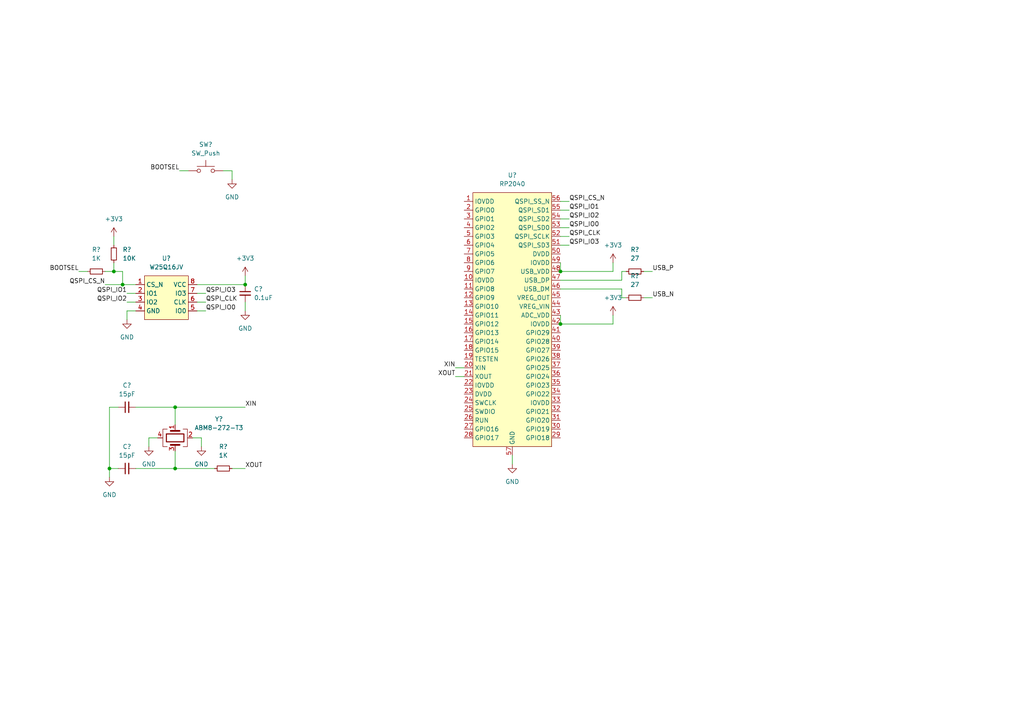
<source format=kicad_sch>
(kicad_sch (version 20211123) (generator eeschema)
  (paper "A4")
  (lib_symbols
    (symbol "Device:C_Small" (pin_numbers hide) (pin_names (offset 0.254) hide)
      (property "Reference" "C" (at 0.254 1.778 0))
      (property "Value" "C_Small" (at 0.254 -2.032 0))
      (symbol "C_Small_0_1"
        (polyline (pts (xy -1.524 -0.508) (xy 1.524 -0.508)) (stroke (width 0.3302)))
        (polyline (pts (xy -1.524 0.508) (xy 1.524 0.508)) (stroke (width 0.3048)))
      )
      (symbol "C_Small_1_1"
        (pin passive line (at 0 2.54 270) (length 2.032) (name "~") (number "1"))
        (pin passive line (at 0 -2.54 90) (length 2.032) (name "~") (number "2"))
      )
    )
    (symbol "Device:Crystal_GND24" (pin_names (offset 1.016) hide)
      (property "Reference" "Y" (at 3.175 5.08 0))
      (property "Value" "Crystal_GND24" (at 3.175 3.175 0))
      (symbol "Crystal_GND24_0_1"
        (rectangle (start -1.143 2.54) (end 1.143 -2.54) (stroke (width 0.3048)))
        (polyline (pts (xy -2.54 0) (xy -2.032 0)))
        (polyline (pts (xy -2.032 -1.27) (xy -2.032 1.27)) (stroke (width 0.508)))
        (polyline (pts (xy 0 -3.81) (xy 0 -3.556)))
        (polyline (pts (xy 0 3.556) (xy 0 3.81)))
        (polyline (pts (xy 2.032 -1.27) (xy 2.032 1.27)) (stroke (width 0.508)))
        (polyline (pts (xy 2.032 0) (xy 2.54 0)))
        (polyline (pts (xy -2.54 -2.286) (xy -2.54 -3.556) (xy 2.54 -3.556) (xy 2.54 -2.286)))
        (polyline (pts (xy -2.54 2.286) (xy -2.54 3.556) (xy 2.54 3.556) (xy 2.54 2.286)))
      )
      (symbol "Crystal_GND24_1_1"
        (pin passive line (at -3.81 0 0) (length 1.27) (name "1") (number "1"))
        (pin passive line (at 0 5.08 270) (length 1.27) (name "2") (number "2"))
        (pin passive line (at 3.81 0 180) (length 1.27) (name "3") (number "3"))
        (pin passive line (at 0 -5.08 90) (length 1.27) (name "4") (number "4"))
      )
    )
    (symbol "Device:R_Small" (pin_numbers hide) (pin_names (offset 0.254) hide)
      (property "Reference" "R" (at 0.762 0.508 0))
      (property "Value" "R_Small" (at 0.762 -1.016 0))
      (symbol "R_Small_0_1"
        (rectangle (start -0.762 1.778) (end 0.762 -1.778) (stroke (width 0.2032)))
      )
      (symbol "R_Small_1_1"
        (pin passive line (at 0 2.54 270) (length 0.762) (name "~") (number "1"))
        (pin passive line (at 0 -2.54 90) (length 0.762) (name "~") (number "2"))
      )
    )
    (symbol "Project_Lib:RP2040"
      (property "Reference" "U" (at 0 0 0))
      (property "Value" "RP2040" (at 0 2.54 0))
      (symbol "RP2040_0_1"
        (rectangle (start -11.43 0) (end 11.43 -73.66) (fill (type background)))
      )
      (symbol "RP2040_1_1"
        (pin power_in line (at -13.97 -2.54 0) (length 2.54) (name "IOVDD") (number "1"))
        (pin power_in line (at -13.97 -25.4 0) (length 2.54) (name "IOVDD") (number "10"))
        (pin bidirectional line (at -13.97 -27.94 0) (length 2.54) (name "GPIO8") (number "11"))
        (pin bidirectional line (at -13.97 -30.48 0) (length 2.54) (name "GPIO9") (number "12"))
        (pin bidirectional line (at -13.97 -33.02 0) (length 2.54) (name "GPIO10") (number "13"))
        (pin bidirectional line (at -13.97 -35.56 0) (length 2.54) (name "GPIO11") (number "14"))
        (pin bidirectional line (at -13.97 -38.1 0) (length 2.54) (name "GPIO12") (number "15"))
        (pin bidirectional line (at -13.97 -40.64 0) (length 2.54) (name "GPIO13") (number "16"))
        (pin bidirectional line (at -13.97 -43.18 0) (length 2.54) (name "GPIO14") (number "17"))
        (pin bidirectional line (at -13.97 -45.72 0) (length 2.54) (name "GPIO15") (number "18"))
        (pin input line (at -13.97 -48.26 0) (length 2.54) (name "TESTEN") (number "19"))
        (pin bidirectional line (at -13.97 -5.08 0) (length 2.54) (name "GPIO0") (number "2"))
        (pin input line (at -13.97 -50.8 0) (length 2.54) (name "XIN") (number "20"))
        (pin input line (at -13.97 -53.34 0) (length 2.54) (name "XOUT") (number "21"))
        (pin power_in line (at -13.97 -55.88 0) (length 2.54) (name "IOVDD") (number "22"))
        (pin power_in line (at -13.97 -58.42 0) (length 2.54) (name "DVDD") (number "23"))
        (pin input line (at -13.97 -60.96 0) (length 2.54) (name "SWCLK") (number "24"))
        (pin bidirectional line (at -13.97 -63.5 0) (length 2.54) (name "SWDIO") (number "25"))
        (pin input line (at -13.97 -66.04 0) (length 2.54) (name "RUN") (number "26"))
        (pin bidirectional line (at -13.97 -68.58 0) (length 2.54) (name "GPIO16") (number "27"))
        (pin bidirectional line (at -13.97 -71.12 0) (length 2.54) (name "GPIO17") (number "28"))
        (pin bidirectional line (at 13.97 -71.12 180) (length 2.54) (name "GPIO18") (number "29"))
        (pin bidirectional line (at -13.97 -7.62 0) (length 2.54) (name "GPIO1") (number "3"))
        (pin bidirectional line (at 13.97 -68.58 180) (length 2.54) (name "GPIO19") (number "30"))
        (pin bidirectional line (at 13.97 -66.04 180) (length 2.54) (name "GPIO20") (number "31"))
        (pin bidirectional line (at 13.97 -63.5 180) (length 2.54) (name "GPIO21") (number "32"))
        (pin power_in line (at 13.97 -60.96 180) (length 2.54) (name "IOVDD") (number "33"))
        (pin bidirectional line (at 13.97 -58.42 180) (length 2.54) (name "GPIO22") (number "34"))
        (pin bidirectional line (at 13.97 -55.88 180) (length 2.54) (name "GPIO23") (number "35"))
        (pin bidirectional line (at 13.97 -53.34 180) (length 2.54) (name "GPIO24") (number "36"))
        (pin bidirectional line (at 13.97 -50.8 180) (length 2.54) (name "GPIO25") (number "37"))
        (pin bidirectional line (at 13.97 -48.26 180) (length 2.54) (name "GPIO26") (number "38"))
        (pin bidirectional line (at 13.97 -45.72 180) (length 2.54) (name "GPIO27") (number "39"))
        (pin bidirectional line (at -13.97 -10.16 0) (length 2.54) (name "GPIO2") (number "4"))
        (pin bidirectional line (at 13.97 -43.18 180) (length 2.54) (name "GPIO28") (number "40"))
        (pin bidirectional line (at 13.97 -40.64 180) (length 2.54) (name "GPIO29") (number "41"))
        (pin power_in line (at 13.97 -38.1 180) (length 2.54) (name "IOVDD") (number "42"))
        (pin power_in line (at 13.97 -35.56 180) (length 2.54) (name "ADC_VDD") (number "43"))
        (pin power_in line (at 13.97 -33.02 180) (length 2.54) (name "VREG_VIN") (number "44"))
        (pin power_out line (at 13.97 -30.48 180) (length 2.54) (name "VREG_OUT") (number "45"))
        (pin bidirectional line (at 13.97 -27.94 180) (length 2.54) (name "USB_DM") (number "46"))
        (pin bidirectional line (at 13.97 -25.4 180) (length 2.54) (name "USB_DP") (number "47"))
        (pin power_in line (at 13.97 -22.86 180) (length 2.54) (name "USB_VDD") (number "48"))
        (pin power_in line (at 13.97 -20.32 180) (length 2.54) (name "IOVDD") (number "49"))
        (pin bidirectional line (at -13.97 -12.7 0) (length 2.54) (name "GPIO3") (number "5"))
        (pin power_in line (at 13.97 -17.78 180) (length 2.54) (name "DVDD") (number "50"))
        (pin bidirectional line (at 13.97 -15.24 180) (length 2.54) (name "QSPI_SD3") (number "51"))
        (pin output line (at 13.97 -12.7 180) (length 2.54) (name "QSPI_SCLK") (number "52"))
        (pin bidirectional line (at 13.97 -10.16 180) (length 2.54) (name "QSPI_SD0") (number "53"))
        (pin bidirectional line (at 13.97 -7.62 180) (length 2.54) (name "QSPI_SD2") (number "54"))
        (pin bidirectional line (at 13.97 -5.08 180) (length 2.54) (name "QSPI_SD1") (number "55"))
        (pin output line (at 13.97 -2.54 180) (length 2.54) (name "QSPI_SS_N") (number "56"))
        (pin power_out line (at 0 -76.2 90) (length 2.54) (name "GND") (number "57"))
        (pin bidirectional line (at -13.97 -15.24 0) (length 2.54) (name "GPIO4") (number "6"))
        (pin bidirectional line (at -13.97 -17.78 0) (length 2.54) (name "GPIO5") (number "7"))
        (pin bidirectional line (at -13.97 -20.32 0) (length 2.54) (name "GPIO6") (number "8"))
        (pin bidirectional line (at -13.97 -22.86 0) (length 2.54) (name "GPIO7") (number "9"))
      )
    )
    (symbol "Project_Lib:W25Q16JV"
      (property "Reference" "U" (at 0 0 0))
      (property "Value" "W25Q16JV" (at 0 2.54 0))
      (symbol "W25Q16JV_0_1"
        (rectangle (start -6.35 -1.27) (end 6.35 -13.97) (fill (type background)))
      )
      (symbol "W25Q16JV_1_1"
        (pin input line (at -8.89 -3.81 0) (length 2.54) (name "CS_N") (number "1"))
        (pin bidirectional line (at -8.89 -6.35 0) (length 2.54) (name "IO1") (number "2"))
        (pin bidirectional line (at -8.89 -8.89 0) (length 2.54) (name "IO2") (number "3"))
        (pin power_out line (at -8.89 -11.43 0) (length 2.54) (name "GND") (number "4"))
        (pin bidirectional line (at 8.89 -11.43 180) (length 2.54) (name "IO0") (number "5"))
        (pin input line (at 8.89 -8.89 180) (length 2.54) (name "CLK") (number "6"))
        (pin bidirectional line (at 8.89 -6.35 180) (length 2.54) (name "IO3") (number "7"))
        (pin power_in line (at 8.89 -3.81 180) (length 2.54) (name "VCC") (number "8"))
      )
    )
    (symbol "Switch:SW_Push" (pin_numbers hide) (pin_names (offset 1.016) hide)
      (property "Reference" "SW" (at 1.27 2.54 0))
      (property "Value" "SW_Push" (at 0 -1.524 0))
      (symbol "SW_Push_0_1"
        (circle (center -2.032 0) (radius 0.508))
        (polyline (pts (xy 0 1.27) (xy 0 3.048)))
        (polyline (pts (xy 2.54 1.27) (xy -2.54 1.27)))
        (circle (center 2.032 0) (radius 0.508))
        (pin passive line (at -5.08 0 0) (length 2.54) (name "1") (number "1"))
        (pin passive line (at 5.08 0 180) (length 2.54) (name "2") (number "2"))
      )
    )
    (symbol "power:+3V3" (power) (pin_names (offset 0))
      (property "Value" "+3V3" (at 0 3.556 0))
      (symbol "+3V3_0_1"
        (polyline (pts (xy -0.762 1.27) (xy 0 2.54)))
        (polyline (pts (xy 0 0) (xy 0 2.54)))
        (polyline (pts (xy 0 2.54) (xy 0.762 1.27)))
      )
      (symbol "+3V3_1_1"
        (pin power_in line (at 0 0 90) (length 0) hide (name "+3V3") (number "1"))
      )
    )
    (symbol "power:GND" (power) (pin_names (offset 0))
      (property "Value" "GND" (at 0 -3.81 0))
      (symbol "GND_0_1"
        (polyline (pts (xy 0 0) (xy 0 -1.27) (xy 1.27 -1.27) (xy 0 -2.54) (xy -1.27 -1.27) (xy 0 -1.27)))
      )
      (symbol "GND_1_1"
        (pin power_in line (at 0 0 270) (length 0) hide (name "GND") (number "1"))
      )
    )
  )
  (junction (at 31.75 135.89))
  (junction (at 50.8 135.89))
  (junction (at 50.8 118.11))
  (junction (at 162.56 78.74))
  (junction (at 33.02 78.74))
  (junction (at 35.56 82.55))
  (junction (at 162.56 93.98))
  (junction (at 71.12 82.55))
  (wire (pts (xy 45.72 127) (xy 43.18 127)))
  (wire (pts (xy 39.37 135.89) (xy 50.8 135.89)))
  (wire (pts (xy 132.08 109.22) (xy 134.62 109.22)))
  (wire (pts (xy 162.56 66.04) (xy 165.1 66.04)))
  (wire (pts (xy 148.59 132.08) (xy 148.59 134.62)))
  (wire (pts (xy 162.56 68.58) (xy 165.1 68.58)))
  (wire (pts (xy 50.8 118.11) (xy 50.8 123.19)))
  (wire (pts (xy 162.56 83.82) (xy 180.34 83.82)))
  (wire (pts (xy 34.29 118.11) (xy 31.75 118.11)))
  (wire (pts (xy 30.48 82.55) (xy 35.56 82.55)))
  (wire (pts (xy 162.56 78.74) (xy 177.8 78.74)))
  (wire (pts (xy 71.12 87.63) (xy 71.12 90.17)))
  (wire (pts (xy 67.31 135.89) (xy 71.12 135.89)))
  (wire (pts (xy 36.83 87.63) (xy 39.37 87.63)))
  (wire (pts (xy 39.37 118.11) (xy 50.8 118.11)))
  (wire (pts (xy 162.56 60.96) (xy 165.1 60.96)))
  (wire (pts (xy 31.75 118.11) (xy 31.75 135.89)))
  (wire (pts (xy 180.34 83.82) (xy 180.34 86.36)))
  (wire (pts (xy 30.48 78.74) (xy 33.02 78.74)))
  (wire (pts (xy 64.77 49.53) (xy 67.31 49.53)))
  (wire (pts (xy 132.08 106.68) (xy 134.62 106.68)))
  (wire (pts (xy 162.56 81.28) (xy 180.34 81.28)))
  (wire (pts (xy 33.02 78.74) (xy 35.56 78.74)))
  (wire (pts (xy 52.07 49.53) (xy 54.61 49.53)))
  (wire (pts (xy 34.29 135.89) (xy 31.75 135.89)))
  (wire (pts (xy 57.15 85.09) (xy 59.69 85.09)))
  (wire (pts (xy 162.56 63.5) (xy 165.1 63.5)))
  (wire (pts (xy 58.42 127) (xy 58.42 129.54)))
  (wire (pts (xy 55.88 127) (xy 58.42 127)))
  (wire (pts (xy 57.15 87.63) (xy 59.69 87.63)))
  (wire (pts (xy 50.8 135.89) (xy 62.23 135.89)))
  (wire (pts (xy 35.56 82.55) (xy 39.37 82.55)))
  (wire (pts (xy 162.56 91.44) (xy 162.56 93.98)))
  (wire (pts (xy 177.8 91.44) (xy 177.8 93.98)))
  (wire (pts (xy 43.18 127) (xy 43.18 129.54)))
  (wire (pts (xy 162.56 71.12) (xy 165.1 71.12)))
  (wire (pts (xy 180.34 86.36) (xy 181.61 86.36)))
  (wire (pts (xy 57.15 90.17) (xy 59.69 90.17)))
  (wire (pts (xy 33.02 68.58) (xy 33.02 71.12)))
  (wire (pts (xy 39.37 90.17) (xy 36.83 90.17)))
  (wire (pts (xy 162.56 58.42) (xy 165.1 58.42)))
  (wire (pts (xy 181.61 78.74) (xy 180.34 78.74)))
  (wire (pts (xy 57.15 82.55) (xy 71.12 82.55)))
  (wire (pts (xy 50.8 118.11) (xy 71.12 118.11)))
  (wire (pts (xy 50.8 130.81) (xy 50.8 135.89)))
  (wire (pts (xy 35.56 82.55) (xy 35.56 78.74)))
  (wire (pts (xy 71.12 80.01) (xy 71.12 82.55)))
  (wire (pts (xy 36.83 85.09) (xy 39.37 85.09)))
  (wire (pts (xy 162.56 76.2) (xy 162.56 78.74)))
  (wire (pts (xy 162.56 93.98) (xy 177.8 93.98)))
  (wire (pts (xy 36.83 90.17) (xy 36.83 92.71)))
  (wire (pts (xy 186.69 78.74) (xy 189.23 78.74)))
  (wire (pts (xy 180.34 78.74) (xy 180.34 81.28)))
  (wire (pts (xy 31.75 135.89) (xy 31.75 138.43)))
  (wire (pts (xy 33.02 76.2) (xy 33.02 78.74)))
  (wire (pts (xy 177.8 78.74) (xy 177.8 76.2)))
  (wire (pts (xy 186.69 86.36) (xy 189.23 86.36)))
  (wire (pts (xy 67.31 49.53) (xy 67.31 52.07)))
  (wire (pts (xy 22.86 78.74) (xy 25.4 78.74)))
  (label "USB_N" (at 189.23 86.36 0))
  (label "QSPI_IO1" (at 36.83 85.09 180))
  (label "QSPI_CS_N" (at 165.1 58.42 0))
  (label "QSPI_IO3" (at 59.69 85.09 0))
  (label "QSPI_IO3" (at 165.1 71.12 0))
  (label "QSPI_IO0" (at 165.1 66.04 0))
  (label "QSPI_IO0" (at 59.69 90.17 0))
  (label "XIN" (at 71.12 118.11 0))
  (label "BOOTSEL" (at 52.07 49.53 180))
  (label "BOOTSEL" (at 22.86 78.74 180))
  (label "XOUT" (at 71.12 135.89 0))
  (label "QSPI_CLK" (at 165.1 68.58 0))
  (label "QSPI_IO1" (at 165.1 60.96 0))
  (label "QSPI_CS_N" (at 30.48 82.55 180))
  (label "XIN" (at 132.08 106.68 180))
  (label "QSPI_CLK" (at 59.69 87.63 0))
  (label "XOUT" (at 132.08 109.22 180))
  (label "USB_P" (at 189.23 78.74 0))
  (label "QSPI_IO2" (at 36.83 87.63 180))
  (label "QSPI_IO2" (at 165.1 63.5 0))
  (symbol (lib_id "Device:R_Small") (at 33.02 73.66 0) (unit 1)
    (property "Reference" "R?" (at 35.56 72.3899 0) (effects (justify left)))
    (property "Value" "10K" (at 35.56 74.9299 0) (effects (justify left)))
  )
  (symbol (lib_id "power:GND") (at 31.75 138.43 0) (unit 1)
    (property "Reference" "#PWR?" (effects hide))
    (property "Value" "GND" (at 31.75 143.51 0))
  )
  (symbol (lib_id "Device:C_Small") (at 36.83 135.89 90) (unit 1)
    (property "Reference" "C?" (at 36.8363 129.54 90))
    (property "Value" "15pF" (at 36.8363 132.08 90))
  )
  (symbol (lib_id "Device:C_Small") (at 36.83 118.11 90) (unit 1)
    (property "Reference" "C?" (at 36.8363 111.76 90))
    (property "Value" "15pF" (at 36.8363 114.3 90))
  )
  (symbol (lib_id "power:GND") (at 67.31 52.07 0) (unit 1)
    (property "Reference" "#PWR?" (effects hide))
    (property "Value" "GND" (at 67.31 57.15 0))
  )
  (symbol (lib_id "Device:C_Small") (at 71.12 85.09 0) (unit 1)
    (property "Reference" "C?" (at 73.66 83.8262 0) (effects (justify left)))
    (property "Value" "0.1uF" (at 73.66 86.3662 0) (effects (justify left)))
  )
  (symbol (lib_id "Device:Crystal_GND24") (at 50.8 127 270) (unit 1)
    (property "Reference" "Y?" (at 63.5 121.5388 90))
    (property "Value" "ABM8-272-T3" (at 63.5 124.0788 90))
  )
  (symbol (lib_id "power:+3V3") (at 71.12 80.01 0) (unit 1)
    (property "Reference" "#PWR?" (effects hide))
    (property "Value" "+3V3" (at 71.12 74.93 0))
  )
  (symbol (lib_id "Project_Lib:W25Q16JV") (at 48.26 78.74 0) (unit 1)
    (property "Reference" "U?" (at 48.26 74.93 0))
    (property "Value" "W25Q16JV" (at 48.26 77.47 0))
  )
  (symbol (lib_id "power:+3V3") (at 177.8 76.2 0) (unit 1)
    (property "Reference" "#PWR?" (effects hide))
    (property "Value" "+3V3" (at 177.8 71.12 0))
  )
  (symbol (lib_id "Device:R_Small") (at 184.15 86.36 270) (unit 1)
    (property "Reference" "R?" (at 184.15 80.01 90))
    (property "Value" "27" (at 184.15 82.55 90))
  )
  (symbol (lib_id "Device:R_Small") (at 64.77 135.89 90) (unit 1)
    (property "Reference" "R?" (at 64.77 129.54 90))
    (property "Value" "1K" (at 64.77 132.08 90))
  )
  (symbol (lib_id "Device:R_Small") (at 184.15 78.74 90) (unit 1)
    (property "Reference" "R?" (at 184.15 72.39 90))
    (property "Value" "27" (at 184.15 74.93 90))
  )
  (symbol (lib_id "power:+3V3") (at 177.8 91.44 0) (unit 1)
    (property "Reference" "#PWR?" (effects hide))
    (property "Value" "+3V3" (at 177.8 86.36 0))
  )
  (symbol (lib_id "Switch:SW_Push") (at 59.69 49.53 0) (unit 1)
    (property "Reference" "SW?" (at 59.69 41.91 0))
    (property "Value" "SW_Push" (at 59.69 44.45 0))
  )
  (symbol (lib_id "Project_Lib:RP2040") (at 148.59 55.88 0) (unit 1)
    (property "Reference" "U?" (at 148.59 50.8 0))
    (property "Value" "RP2040" (at 148.59 53.34 0))
  )
  (symbol (lib_id "power:+3V3") (at 33.02 68.58 0) (unit 1)
    (property "Reference" "#PWR?" (effects hide))
    (property "Value" "+3V3" (at 33.02 63.5 0))
  )
  (symbol (lib_id "power:GND") (at 148.59 134.62 0) (unit 1)
    (property "Reference" "#PWR?" (effects hide))
    (property "Value" "GND" (at 148.59 139.7 0))
  )
  (symbol (lib_id "power:GND") (at 58.42 129.54 0) (unit 1)
    (property "Reference" "#PWR?" (effects hide))
    (property "Value" "GND" (at 58.42 134.62 0))
  )
  (symbol (lib_id "power:GND") (at 36.83 92.71 0) (unit 1)
    (property "Reference" "#PWR?" (effects hide))
    (property "Value" "GND" (at 36.83 97.79 0))
  )
  (symbol (lib_id "power:GND") (at 71.12 90.17 0) (unit 1)
    (property "Reference" "#PWR?" (effects hide))
    (property "Value" "GND" (at 71.12 95.25 0))
  )
  (symbol (lib_id "power:GND") (at 43.18 129.54 0) (unit 1)
    (property "Reference" "#PWR?" (effects hide))
    (property "Value" "GND" (at 43.18 134.62 0))
  )
  (symbol (lib_id "Device:R_Small") (at 27.94 78.74 90) (unit 1)
    (property "Reference" "R?" (at 27.94 72.39 90))
    (property "Value" "1K" (at 27.94 74.93 90))
  )
)
</source>
